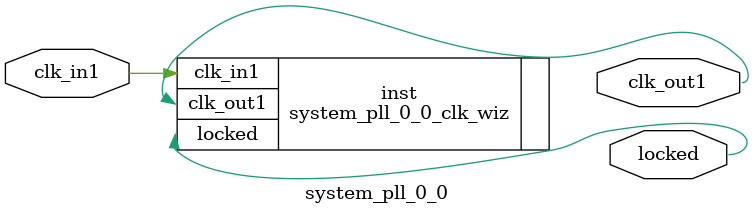
<source format=v>


`timescale 1ps/1ps

(* CORE_GENERATION_INFO = "system_pll_0_0,clk_wiz_v6_0_15_0_0,{component_name=system_pll_0_0,use_phase_alignment=true,use_min_o_jitter=true,use_max_i_jitter=false,use_dyn_phase_shift=false,use_inclk_switchover=false,use_dyn_reconfig=false,enable_axi=0,feedback_source=FDBK_AUTO,PRIMITIVE=PLL,num_out_clk=1,clkin1_period=8.138,clkin2_period=10.000,use_power_down=false,use_reset=false,use_locked=true,use_inclk_stopped=false,feedback_type=SINGLE,CLOCK_MGR_TYPE=NA,manual_override=false}" *)

module system_pll_0_0 
 (
  // Clock out ports
  output        clk_out1,
  // Status and control signals
  output        locked,
 // Clock in ports
  input         clk_in1
 );

  system_pll_0_0_clk_wiz inst
  (
  // Clock out ports  
  .clk_out1(clk_out1),
  // Status and control signals               
  .locked(locked),
 // Clock in ports
  .clk_in1(clk_in1)
  );

endmodule

</source>
